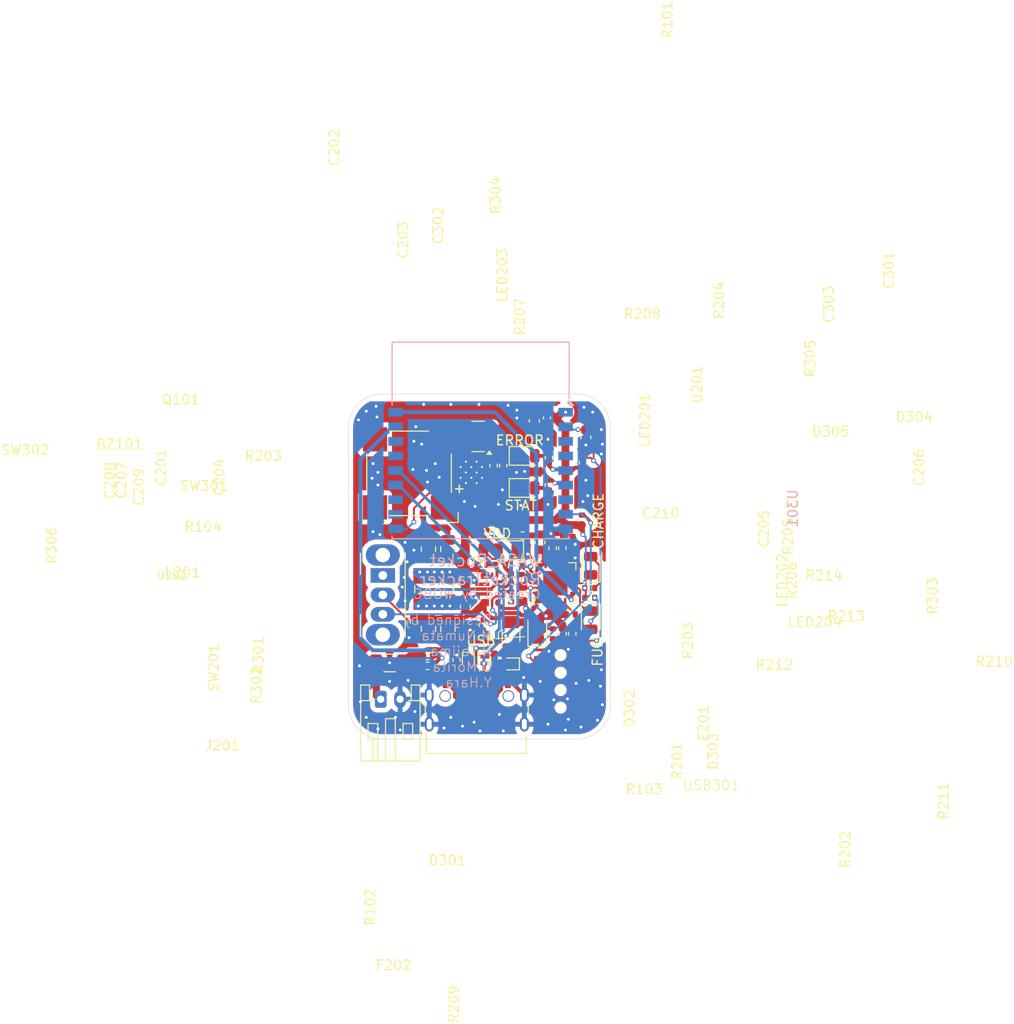
<source format=kicad_pcb>
(kicad_pcb (version 20241229) (generator "pcbnew") (generator_version "9.0")
  (layers (0 "F.Cu" signal) (2 "B.Cu" signal) (13 "F.Paste" user) (15 "B.Paste" user) (5 "F.SilkS" user "F.Silkscreen") (7 "B.SilkS" user "B.Silkscreen") (1 "F.Mask" user) (3 "B.Mask" user) (25 "Edge.Cuts" user))
  (net 0 "")
  (net 1 "GND")
  (net 2 "VDD")
  (net 3 "Net-(LED201-A)")
  (net 4 "Net-(U202-VIN)")
  (net 5 "Net-(U202-VAUX)")
  (net 6 "/ESP32C3core/VUSB")
  (net 7 "/ESP32C3core/USB_D+")
  (net 8 "/ESP32C3core/USB_D-")
  (net 9 "Net-(J201-Pin_1)")
  (net 10 "Net-(U202-L1)")
  (net 11 "Net-(U202-L2)")
  (net 12 "Net-(LED201-K)")
  (net 13 "Net-(LED202-K)")
  (net 14 "Net-(LED202-A)")
  (net 15 "Net-(LED203-K)")
  (net 16 "/ESP32C3core/IO10")
  (net 17 "Net-(U201-THERM)")
  (net 18 "Net-(U201-PROG1)")
  (net 19 "Net-(U201-PROG3)")
  (net 20 "Net-(U201-CE)")
  (net 21 "Net-(SW201-B)")
  (net 22 "Net-(SW201-C)")
  (net 23 "Net-(U202-PG)")
  (net 24 "Net-(U202-FB)")
  (net 27 "/ESP32C3core/IO0")
  (net 29 "/ESP32C3core/IO1")
  (net 30 "/ESP32C3core/IO4")
  (net 31 "/ESP32C3core/IO21{slash}TX")
  (net 32 "/ESP32C3core/IO5")
  (net 33 "/ESP32C3core/IO20{slash}RX")
  (net 34 "/ESP32C3core/IO3")
  (net 35 "VPP")
  (net 36 "Net-(BZ101--)")
  (net 37 "Net-(U301-EN)")
  (net 38 "Net-(D304-A)")
  (net 39 "Net-(D305-A)")
  (net 40 "Net-(LED203-A)")
  (net 41 "Net-(LED204-K)")
  (net 42 "Net-(Q101-G)")
  (net 43 "Net-(USB301-CC1)")
  (net 44 "Net-(USB301-CC2)")
  (net 45 "Net-(U301-IO9)")
  (net 46 "Net-(U301-IO6)")
  (net 47 "Net-(U301-IO7)")
  (footprint "Resistor_SMD:R_0402_1005Metric" (layer "F.Cu") (at 94 71 180)
    (property "Reference" "R213")
    (property "Value" "47k")
  )
  (footprint "Resistor_SMD:R_0402_1005Metric" (layer "F.Cu") (at 102.3 78.1 90)
    (property "Reference" "R203")
    (property "Value" "10k")
  )
  (footprint "Resistor_SMD:R_0402_1005Metric" (layer "F.Cu") (at 101.275 69.3 -90)
    (property "Reference" "R202")
    (property "Value" "10k")
  )
  (footprint "Resistor_SMD:R_0402_1005Metric" (layer "F.Cu") (at 98.2 68)
    (property "Reference" "R214")
    (property "Value" "1k")
  )
  (footprint "WOBCLibrary:TVAF06-A020B-R" (layer "F.Cu") (at 102.1 84.8 90)
    (property "Reference" "SW302")
    (property "Value" "RESET_sw")
  )
  (footprint "Resistor_SMD:R_0402_1005Metric" (layer "F.Cu") (at 95.9 71 180)
    (property "Reference" "R212")
    (property "Value" "15k")
  )
  (footprint "Resistor_SMD:R_0402_1005Metric" (layer "F.Cu") (at 96.2 60.8 90)
    (property "Reference" "R102")
    (property "Value" "10k")
  )
  (footprint "Resistor_SMD:R_0402_1005Metric" (layer "F.Cu") (at 94.1 77.2 -90)
    (property "Reference" "R209")
    (property "Value" "100k")
  )
  (footprint "Resistor_SMD:R_0402_1005Metric" (layer "F.Cu") (at 97 74.3 90)
    (property "Reference" "R211")
    (property "Value" "100k")
  )
  (footprint "Resistor_SMD:R_0402_1005Metric" (layer "F.Cu") (at 103.3 78.1 90)
    (property "Reference" "R205")
    (property "Value" "10k")
  )
  (footprint "LED_SMD:LED_0805_2012Metric" (layer "F.Cu") (at 105.2 76.7 -90)
    (property "Reference" "LED203")
    (property "Value" "FULL")
  )
  (footprint "Capacitor_SMD:C_0805_2012Metric" (layer "F.Cu") (at 88.5 77.6 -90)
    (property "Reference" "C202")
    (property "Value" "10uF")
  )
  (footprint "Button_Switch_THT:SW_Slide_SPDT_Angled_CK_OS102011MA1Q" (layer "F.Cu") (at 83.8 72.1 -90)
    (property "Reference" "SW201")
    (property "Value" "Power Switch")
  )
  (footprint "LED_SMD:LED_0805_2012Metric" (layer "F.Cu") (at 96.6 69.5 180)
    (property "Reference" "LED204")
    (property "Value" "VDD")
  )
  (footprint "Diode_SMD:D_SOD-882" (layer "F.Cu") (at 97.05 81.2 180)
    (property "Reference" "D301")
    (property "Value" "5V")
  )
  (footprint "Capacitor_SMD:C_0603_1608Metric" (layer "F.Cu") (at 104.7 57.9 90)
    (property "Reference" "C301")
    (property "Value" "10uF")
  )
  (footprint "Capacitor_SMD:C_0603_1608Metric" (layer "F.Cu") (at 99.4 56.2 90)
    (property "Reference" "C302")
    (property "Value" "10uF")
  )
  (footprint "Resistor_SMD:R_0402_1005Metric" (layer "F.Cu") (at 103.1 76.1 180)
    (property "Reference" "R203")
    (property "Value" "10k")
  )
  (footprint "Resistor_SMD:R_0402_1005Metric" (layer "F.Cu") (at 95.2 60.8 -90)
    (property "Reference" "R101")
    (property "Value" "510")
  )
  (footprint "Connector_JST:JST_PH_S2B-PH-K_1x02_P2.00mm_Horizontal" (layer "F.Cu") (at 83.582 84.836)
    (property "Reference" "J201")
    (property "Value" "LiPo")
  )
  (footprint "Capacitor_SMD:C_0603_1608Metric" (layer "F.Cu") (at 98.2 74 -90)
    (property "Reference" "C201")
    (property "Value" "10uF")
  )
  (footprint "Resistor_SMD:R_0402_1005Metric" (layer "F.Cu") (at 100.9 62.8 -90)
    (property "Reference" "R306")
    (property "Value" "470")
  )
  (footprint "WOBCLibrary:TVAF06-A020B-R" (layer "F.Cu") (at 102.1 81.2 90)
    (property "Reference" "SW301")
    (property "Value" "BOOT_sw")
  )
  (footprint "Resistor_SMD:R_0402_1005Metric" (layer "F.Cu") (at 105.1 73.4 180)
    (property "Reference" "R208")
    (property "Value" "1k")
  )
  (footprint "WOBCLibrary:VREG_TPS63070RNMR" (layer "F.Cu") (at 94.825 73.5 180)
    (property "Reference" "U202")
    (property "Value" "TPS63070RNMR")
  )
  (footprint "LED_SMD:LED_0805_2012Metric" (layer "F.Cu") (at 98.5 63.1)
    (property "Reference" "D305")
    (property "Value" "STAT")
  )
  (footprint "Resistor_SMD:R_0402_1005Metric" (layer "F.Cu") (at 104.3 66.4 -90)
    (property "Reference" "R303")
    (property "Value" "10k")
  )
  (footprint "Capacitor_SMD:C_0805_2012Metric" (layer "F.Cu") (at 88.5 69.4 90)
    (property "Reference" "C208")
    (property "Value" "10uF")
  )
  (footprint "Buzzer_Beeper:MagneticBuzzer_CUI_CMT-8504-100-SMT" (layer "F.Cu") (at 86.5 61.6 180)
    (property "Reference" "BZ101")
    (property "Value" "Buzzer")
  )
  (footprint "Resistor_SMD:R_0402_1005Metric" (layer "F.Cu") (at 91.4 80.8 90)
    (property "Reference" "R301")
    (property "Value" "5.1k")
  )
  (footprint "Resistor_SMD:R_0402_1005Metric" (layer "F.Cu") (at 88.4 80.4 180)
    (property "Reference" "R103")
    (property "Value" "10k")
  )
  (footprint "Inductor_SMD:L_Wuerth_WE-TPC-3816" (layer "F.Cu") (at 89.1 73.5 180)
    (property "Reference" "L201")
    (property "Value" "L")
  )
  (footprint "Capacitor_SMD:C_0603_1608Metric" (layer "F.Cu") (at 92.3 72.3 -90)
    (property "Reference" "C207")
    (property "Value" "10uF")
  )
  (footprint "Capacitor_SMD:C_0805_2012Metric" (layer "F.Cu") (at 93.2 69.5)
    (property "Reference" "C210")
    (property "Value" "10uF")
  )
  (footprint "Resistor_SMD:R_0402_1005Metric" (layer "F.Cu") (at 100.9 60 90)
    (property "Reference" "R304")
    (property "Value" "470")
  )
  (footprint "LED_SMD:LED_0805_2012Metric" (layer "F.Cu") (at 99.7 77.7 90)
    (property "Reference" "LED201")
    (property "Value" "USB")
  )
  (footprint "Resistor_SMD:R_0402_1005Metric" (layer "F.Cu") (at 101.3 78.1 -90)
    (property "Reference" "R201")
    (property "Value" "1k")
  )
  (footprint "LED_SMD:LED_0805_2012Metric" (layer "F.Cu") (at 98.5 59.8)
    (property "Reference" "D304")
    (property "Value" "ERROR")
  )
  (footprint "Resistor_SMD:R_0402_1005Metric" (layer "F.Cu") (at 104.4 60.5 -90)
    (property "Reference" "R305")
    (property "Value" "10k")
  )
  (footprint "Diode_SMD:D_SOD-882" (layer "F.Cu") (at 92.6 80.8 -90)
    (property "Reference" "D303")
    (property "Value" "5V")
  )
  (footprint "Capacitor_SMD:C_0805_2012Metric" (layer "F.Cu") (at 90.5 77.6 -90)
    (property "Reference" "C203")
    (property "Value" "10uF")
  )
  (footprint "Resistor_SMD:R_0402_1005Metric" (layer "F.Cu") (at 98.1 71.5 90)
    (property "Reference" "R206")
    (property "Value" "100k")
  )
  (footprint "Diode_SMD:D_SOD-882" (layer "F.Cu") (at 94.2 80.8 -90)
    (property "Reference" "D302")
    (property "Value" "5V")
  )
  (footprint "LED_SMD:LED_0805_2012Metric" (layer "F.Cu") (at 105.2 71.1 90)
    (property "Reference" "LED202")
    (property "Value" "CHARGE")
  )
  (footprint "Resistor_SMD:R_0402_1005Metric" (layer "F.Cu") (at 87 76.9 -90)
    (property "Reference" "R207")
    (property "Value" "10k")
  )
  (footprint "Package_TO_SOT_SMD:SOT-23" (layer "F.Cu") (at 93.6 57.8 180)
    (property "Reference" "Q101")
    (property "Value" "AO3400A")
  )
  (footprint "Fuse:Fuse_1206_3216Metric" (layer "F.Cu") (at 84.5 81.1 180)
    (property "Reference" "F202")
    (property "Value" "Polyfuse")
  )
  (footprint "Capacitor_SMD:C_0402_1005Metric" (layer "F.Cu") (at 97 72.4 90)
    (property "Reference" "C206")
    (property "Value" "100nF")
  )
  (footprint "Capacitor_SMD:C_0402_1005Metric" (layer "F.Cu") (at 100.7 55.9 -90)
    (property "Reference" "C303")
    (property "Value" "100nF")
  )
  (footprint "Capacitor_SMD:C_0603_1608Metric" (layer "F.Cu") (at 92.3 75.3 90)
    (property "Reference" "C205")
    (property "Value" "10uF")
  )
  (footprint "Fuse:Fuse_1206_3216Metric" (layer "F.Cu") (at 97 78.3 90)
    (property "Reference" "F201")
    (property "Value" "Polyfuse")
  )
  (footprint "Resistor_SMD:R_0402_1005Metric" (layer "F.Cu") (at 95.3 80.6 90)
    (property "Reference" "R302")
    (property "Value" "5.1k")
  )
  (footprint "Capacitor_SMD:C_0805_2012Metric" (layer "F.Cu") (at 90.5 69.4 90)
    (property "Reference" "C209")
    (property "Value" "10uF")
  )
  (footprint "WOBCLibrary:USB_C_TYPEC-301S-ACP16X7" (layer "F.Cu") (at 93.472 86.614)
    (property "Reference" "USB301")
    (property "Value" "USB_C_Receptacle_USB2.0")
  )
  (footprint "Resistor_SMD:R_0402_1005Metric" (layer "F.Cu") (at 102.275 69.3 90)
    (property "Reference" "R204")
    (property "Value" "100k")
  )
  (footprint "Resistor_SMD:R_0402_1005Metric" (layer "F.Cu") (at 88.4 81.4)
    (property "Reference" "R104")
    (property "Value" "10k")
  )
  (footprint "Capacitor_SMD:C_0603_1608Metric" (layer "F.Cu") (at 99.975 68.7 90)
    (property "Reference" "C204")
    (property "Value" "10uF")
  )
  (footprint "Package_DFN_QFN:QFN-20-1EP_4x4mm_P0.5mm_EP2.5x2.5mm" (layer "F.Cu") (at 101.5625 72.9 90)
    (property "Reference" "U201")
    (property "Value" "MCP73871-1CC")
  )
  (footprint "Resistor_SMD:R_0402_1005Metric" (layer "F.Cu") (at 105.1 74.4 180)
    (property "Reference" "R210")
    (property "Value" "1k")
  )
  (footprint "WOBCLibrary:Board_1U_60x60" (layer "F.Cu") (at 93.75 68.43)
    (property "Reference" "B101" (hide yes))
    (property "Value" "~" (hide yes))
    (fp_line (start -13.5 17.000001) (end -13.5 -11.5) (stroke (width 0.05)) (layer "Edge.Cuts"))
    (fp_line (start -10 -15) (end 10 -15) (stroke (width 0.05)) (layer "Edge.Cuts"))
    (fp_line (start 10 20.5) (end -10.000001 20.5) (stroke (width 0.05)) (layer "Edge.Cuts"))
    (fp_line (start 13.5 -11.5) (end 13.5 17) (stroke (width 0.05)) (layer "Edge.Cuts"))
    (fp_arc (start -13.5 -11.5) (mid -12.474874 -13.974874) (end -10 -15) (stroke (width 0.05)) (layer "Edge.Cuts"))
    (fp_arc (start -10 20.5) (mid -12.474874 19.474874) (end -13.5 17) (stroke (width 0.05)) (layer "Edge.Cuts"))
    (fp_arc (start 10 -15) (mid 12.474874 -13.974874) (end 13.5 -11.5) (stroke (width 0.05)) (layer "Edge.Cuts"))
    (fp_arc (start 13.5 17) (mid 12.474874 19.474874) (end 10 20.5) (stroke (width 0.05)) (layer "Edge.Cuts"))
  )
  (footprint "RF_Module:ESP32-C3-WROOM-02" (layer "B.Cu") (at 93.866 61.31 180)
    (property "Reference" "U301")
    (property "Value" "ESP32-C3-WROOM-02")
  )
  (gr_line (start 95.4 78.6) (end 98.4 78.4) (stroke (width 0.1)) (layer "F.SilkS"))
  (gr_text "Designed by\nM.Numata\nN.Tajima\nO.Morita\nY.Hara" (at 95.1 83.7 0) (layer "B.SilkS") (effects (font (size 1 1) (thickness 0.1)) (justify left bottom mirror)))
  (gr_text "Created by WOBC" (at 100.1 74.6 0) (layer "B.SilkS") (effects (font (size 1 1) (thickness 0.1)) (justify left bottom mirror)))
  (gr_text "WASA_Rocket\nRocketTracker" (at 100.2 73.2 0) (layer "B.SilkS") (effects (font (size 1.2 1.2)) (justify left bottom mirror)))
  (segment (start 96.2 60.29) (end 97.0725 60.29) (width 0.2) (layer "F.Cu") (net 1))
  (segment (start 101.771 79.081) (end 102.829 79.081) (width 0.2) (layer "F.Cu") (net 1))
  (segment (start 98.5 75.1) (end 98.5 75.5) (width 0.4) (layer "F.Cu") (net 1))
  (segment (start 101.626 81.374) (end 100.85 82.15) (width 0.2) (layer "F.Cu") (net 1))
  (segment (start 94.225 73.5) (end 94.946428 73.5) (width 0.3) (layer "F.Cu") (net 1))
  (segment (start 97.333 83.37) (end 97.5815 83.6185) (width 0.4) (layer "F.Cu") (net 1))
  (segment (start 96.822 82.944) (end 97.333 82.433) (width 0.4) (layer "F.Cu") (net 1))
  (segment (start 97.0725 60.29) (end 97.5625 59.8) (width 0.2) (layer "F.Cu") (net 1))
  (segment (start 88.5 78.55) (end 90.5 78.55) (width 0.2) (layer "F.Cu") (net 1))
  (segment (start 97.4 82.366) (end 97.4 81.2) (width 0.4) (layer "F.Cu") (net 1))
  (segment (start 103.0625 70.9625) (end 103.5 71.4) (width 0.2) (layer "F.Cu") (net 1))
  (segment (start 95.696428 72.75) (end 95.975 72.75) (width 0.3) (layer "F.Cu") (net 1))
  (segment (start 102.5625 70.9625) (end 103.0625 70.9625) (width 0.2) (layer "F.Cu") (net 1))
  (segment (start 100.7 58) (end 100.8 58.1) (width 0.2) (layer "F.Cu") (net 1))
  (segment (start 95.051 70.401) (end 94.15 69.5) (width 0.2) (layer "F.Cu") (net 1))
  (segment (start 95.975 72.75) (end 96.17 72.75) (width 0.3) (layer "F.Cu") (net 1))
  (segment (start 95.811 70.401) (end 95.051 70.401) (width 0.2) (layer "F.Cu") (net 1))
  (segment (start 90.122 82.944) (end 89.434 82.944) (width 0.2) (layer "F.Cu") (net 1))
  (segment (start 92.3 73.075) (end 92.725 73.5) (width 0.3) (layer "F.Cu") (net 1))
  (segment (start 96.15 75.5) (end 96.031 75.381) (width 0.3) (layer "F.Cu") (net 1))
  (segment (start 97.009 70.401) (end 98.199 70.401) (width 0.2) (layer "F.Cu") (net 1))
  (segment (start 98.5 75.075) (end 98.5 75.1) (width 0.4) (layer "F.Cu") (net 1))
  (segment (start 98.2 74.775) (end 98.5 75.075) (width 0.4) (layer "F.Cu") (net 1))
  (segment (start 96.41 71) (end 96.41 71.33) (width 0.4) (layer "F.Cu") (net 1))
  (segment (start 95.3 80.09) (end 95.39 80.09) (width 0.4) (layer "F.Cu") (net 1))
  (segment (start 94.2 80.45) (end 94.94 80.45) (width 0.4) (layer "F.Cu") (net 1))
  (segment (start 94.225 73.5) (end 92.875 73.5) (width 0.3) (layer "F.Cu") (net 1))
  (segment (start 97.594 75.381) (end 97.475 75.5) (width 0.3) (layer "F.Cu") (net 1))
  (segment (start 97.5625 59.8) (end 97.5625 61.5) (width 0.2) (layer "F.Cu") (net 1))
  (segment (start 97.475 75.5) (end 96.15 75.5) (width 0.3) (layer "F.Cu") (net 1))
  (segment (start 97.5815 83.6185) (end 98.367 84.404) (width 0.4) (layer "F.Cu") (net 1))
  (segment (start 92.3 74.075) (end 92.3 74.525) (width 0.3) (layer "F.Cu") (net 1))
  (segment (start 96.17 72.75) (end 97 71.92) (width 0.3) (layer "F.Cu") (net 1))
  (segment (start 96.907 82.944) (end 97.5815 83.6185) (width 0.4) (layer "F.Cu") (net 1))
  (segment (start 100.7 56.38) (end 100.7 58) (width 0.2) (layer "F.Cu") (net 1))
  (segment (start 96.031 75.381) (end 95.55 74.9) (width 0.4) (layer "F.Cu") (net 1))
  (segment (start 96.522 82.944) (end 97.956 82.944) (width 0.2) (layer "F.Cu") (net 1))
  (segment (start 96.41 71) (end 97.009 70.401) (width 0.2) (layer "F.Cu") (net 1))
  (segment (start 98.199 70.401) (end 98.7 69.9) (width 0.2) (layer "F.Cu") (net 1))
  (segment (start 95.39 80.09) (end 95.9 80.6) (width 0.4) (layer "F.Cu") (net 1))
  (segment (start 94.94 80.45) (end 95.3 80.09) (width 0.4) (layer "F.Cu") (net 1))
  (segment (start 96.41 71) (end 95.811 70.401) (width 0.2) (layer "F.Cu") (net 1))
  (segment (start 89.434 82.944) (end 87.89 81.4) (width 0.2) (layer "F.Cu") (net 1))
  (segment (start 90.422 82.944) (end 90.122 82.944) (width 0.2) (layer "F.Cu") (net 1))
  (segment (start 102.829 79.081) (end 103.3 78.61) (width 0.2) (layer "F.Cu") (net 1))
  (segment (start 100.85 82.15) (end 100 83) (width 0.2) (layer "F.Cu") (net 1))
  (segment (start 103.5 71.4) (end 103.5 71.9) (width 0.2) (layer "F.Cu") (net 1))
  (segment (start 92.725 73.5) (end 94.225 73.5) (width 0.3) (layer "F.Cu") (net 1))
  (segment (start 97.5625 61.5) (end 97.5625 63.1) (width 0.2) (layer "F.Cu") (net 1))
  (segment (start 94.946428 73.5) (end 95.696428 72.75) (width 0.3) (layer "F.Cu") (net 1))
  (segment (start 98.2 74.775) (end 97.594 75.381) (width 0.4) (layer "F.Cu") (net 1))
  (segment (start 103.3 80.3) (end 102.226 81.374) (width 0.2) (layer "F.Cu") (net 1))
  (segment (start 96.41 71.33) (end 97 71.92) (width 0.4) (layer "F.Cu") (net 1))
  (segment (start 92.875 73.5) (end 92.3 74.075) (width 0.3) (layer "F.Cu") (net 1))
  (segment (start 91.4 80.29) (end 92.44 80.29) (width 0.4) (layer "F.Cu") (net 1))
  (segment (start 102.226 81.374) (end 101.626 81.374) (width 0.2) (layer "F.Cu") (net 1))
  (segment (start 97.333 82.433) (end 97.333 83.37) (width 0.4) (layer "F.Cu") (net 1))
  (segment (start 97.333 82.433) (end 97.4 82.366) (width 0.4) (layer "F.Cu") (net 1))
  (segment (start 92.44 80.29) (end 92.6 80.45) (width 0.4) (layer "F.Cu") (net 1))
  (segment (start 101.3 78.61) (end 101.3 81.7) (width 0.2) (layer "F.Cu") (net 1))
  (segment (start 101.3 81.7) (end 100.85 82.15) (width 0.2) (layer "F.Cu") (net 1))
  (segment (start 103.3 78.61) (end 103.3 80.3) (width 0.2) (layer "F.Cu") (net 1))
  (segment (start 97.956 82.944) (end 98.3 82.6) (width 0.2) (layer "F.Cu") (net 1))
  (segment (start 96.822 82.944) (end 96.907 82.944) (width 0.4) (layer "F.Cu") (net 1))
  (segment (start 101.3 78.61) (end 101.771 79.081) (width 0.2) (layer "F.Cu") (net 1))
  (via (at 103.6 68.9) (size 0.5) (drill 0.3) (layers "F.Cu" "B.Cu") (net 1))
  (via (at 98.4 61.4) (size 0.5) (drill 0.3) (layers "F.Cu" "B.Cu") (net 1))
  (via (at 104.7 62.3) (size 0.5) (drill 0.3) (layers "F.Cu" "B.Cu") (net 1))
  (via (at 85.8 73.3) (size 0.5) (drill 0.3) (layers "F.Cu" "B.Cu") (net 1))
  (via (at 92.8 77.7) (size 0.5) (drill 0.3) (layers "F.Cu" "B.Cu") (net 1))
  (via (at 92.2 64.5) (size 0.5) (drill 0.3) (layers "F.Cu" "B.Cu") (net 1))
  (via (at 106.4 85.4) (size 0.5) (drill 0.3) (layers "F.Cu" "B.Cu") (net 1))
  (via (at 103.6 68.9) (size 0.5) (drill 0.3) (layers "F.Cu" "B.Cu") (net 1))
  (via (at 96.7 54.6) (size 0.5) (drill 0.3) (layers "F.Cu" "B.Cu") (net 1))
  (via (at 106.3 57.1) (size 0.5) (drill 0.3) (layers "F.Cu" "B.Cu") (net 1))
  (via (at 82.8 67.6) (size 0.5) (drill 0.3) (layers "F.Cu" "B.Cu") (net 1))
  (via (at 96.1 63.3) (size 0.5) (drill 0.3) (layers "F.Cu" "B.Cu") (net 1))
  (via (at 81.3 56.1) (size 0.5) (drill 0.3) (layers "F.Cu" "B.Cu") (net 1))
  (via (at 82.7 62.1) (size 0.5) (drill 0.3) (layers "F.Cu" "B.Cu") (net 1))
  (via (at 85.1 86.7) (size 0.5) (drill 0.3) (layers "F.Cu" "B.Cu") (net 1))
  (via (at 102.6 88) (size 0.5) (drill 0.3) (layers "F.Cu" "B.Cu") (net 1))
  (via (at 97.5625 61.5) (size 0.5) (drill 0.3) (layers "F.Cu" "B.Cu") (net 1))
  (via (at 86.9 61.2) (size 0.5) (drill 0.3) (layers "F.Cu" "B.Cu") (net 1))
  (via (at 101.1 67.8) (size 0.5) (drill 0.3) (layers "F.Cu" "B.Cu") (net 1))
  (via (at 95.7 64.8) (size 0.5) (drill 0.3) (layers "F.Cu" "B.Cu") (net 1))
  (via (at 81.4 81.4) (size 0.5) (drill 0.3) (layers "F.Cu" "B.Cu") (net 1))
  (via (at 98 64.9) (size 0.5) (drill 0.3) (layers "F.Cu" "B.Cu") (net 1))
  (via (at 102.9 79.7) (size 0.5) (drill 0.3) (layers "F.Cu" "B.Cu") (net 1))
  (via (at 96.2 88.1) (size 0.5) (drill 0.3) (layers "F.Cu" "B.Cu") (net 1))
  (via (at 83.3 62.8) (size 0.5) (drill 0.3) (layers "F.Cu" "B.Cu") (net 1))
  (via (at 104.5 54.8) (size 0.5) (drill 0.3) (layers "F.Cu" "B.Cu") (net 1))
  (via (at 87.2 56.8) (size 0.5) (drill 0.3) (layers "F.Cu" "B.Cu") (net 1))
  (via (at 93.7 54.5) (size 0.5) (drill 0.3) (layers "F.Cu" "B.Cu") (net 1))
  (via (at 105.9 87) (size 0.5) (drill 0.3) (layers "F.Cu" "B.Cu") (net 1))
  (via (at 91.4 80.29) (size 0.5) (drill 0.3) (layers "F.Cu" "B.Cu") (net 1))
  (via (at 102.9 86.9) (size 0.5) (drill 0.3) (layers "F.Cu" "B.Cu") (net 1))
  (via (at 83.5 67.9) (size 0.5) (drill 0.3) (layers "F.Cu" "B.Cu") (net 1))
  (via (at 103.6 70.3) (size 0.5) (drill 0.3) (layers "F.Cu" "B.Cu") (net 1))
  (via (at 98.7 69.9) (size 0.5) (drill 0.3) (layers "F.Cu" "B.Cu") (net 1))
  (via (at 98.5 75.5) (size 0.5) (drill 0.3) (layers "F.Cu" "B.Cu") (net 1))
  (via (at 100 83) (size 0.5) (drill 0.3) (layers "F.Cu" "B.Cu") (net 1))
  (via (at 90.8 86.7) (size 0.5) (drill 0.3) (layers "F.Cu" "B.Cu") (net 1))
  (via (at 86 72.3) (size 0.5) (drill 0.3) (layers "F.Cu" "B.Cu") (net 1))
  (via (at 106.3 59.6) (size 0.5) (drill 0.3) (layers "F.Cu" "B.Cu") (net 1))
  (via (at 83.1 54.7) (size 0.5) (drill 0.3) (layers "F.Cu" "B.Cu") (net 1))
  (via (at 86.5 78.5) (size 0.5) (drill 0.3) (layers "F.Cu" "B.Cu") (net 1))
  (via (at 100.8 64.8) (size 0.5) (drill 0.3) (layers "F.Cu" "B.Cu") (net 1))
  (via (at 104.2 87.7) (size 0.5) (drill 0.3) (layers "F.Cu" "B.Cu") (net 1))
  (via (at 89.2 60.6) (size 0.5) (drill 0.3) (layers "F.Cu" "B.Cu") (net 1))
  (via (at 105 82.9) (size 0.5) (drill 0.3) (layers "F.Cu" "B.Cu") (net 1))
  (via (at 87 69.5) (size 0.5) (drill 0.3) (layers "F.Cu" "B.Cu") (net 1))
  (via (at 93.2 87.2) (size 0.5) (drill 0.3) (layers "F.Cu" "B.Cu") (net 1))
  (via (at 83.2 55.8) (size 0.5) (drill 0.3) (layers "F.Cu" "B.Cu") (net 1))
  (via (at 86.1 74.7) (size 0.5) (drill 0.3) (layers "F.Cu" "B.Cu") (net 1))
  (via (at 86.3 70.7) (size 0.5) (drill 0.3) (layers "F.Cu" "B.Cu") (net 1))
  (via (at 106.2 83.5) (size 0.5) (drill 0.3) (layers "F.Cu" "B.Cu") (net 1))
  (via (at 85.6 88) (size 0.5) (drill 0.3) (layers "F.Cu" "B.Cu") (net 1))
  (via (at 84.5 81.1) (size 0.5) (drill 0.3) (layers "F.Cu" "B.Cu") (net 1))
  (via (at 90.1 87.8) (size 0.5) (drill 0.3) (layers "F.Cu" "B.Cu") (net 1))
  (via (at 104.9 63.9) (size 0.5) (drill 0.3) (layers "F.Cu" "B.Cu") (net 1))
  (via (at 97.6 55.1) (size 0.5) (drill 0.3) (layers "F.Cu" "B.Cu") (net 1))
  (via (at 88 54.5) (size 0.5) (drill 0.3) (layers "F.Cu" "B.Cu") (net 1))
  (via (at 102.8 84.8) (size 0.5) (drill 0.3) (layers "F.Cu" "B.Cu") (net 1))
  (via (at 86.1 68.7) (size 0.5) (drill 0.3) (layers "F.Cu" "B.Cu") (net 1))
  (via (at 89.6 62) (size 0.5) (drill 0.3) (layers "F.Cu" "B.Cu") (net 1))
  (via (at 87 58.3) (size 0.5) (drill 0.3) (layers "F.Cu" "B.Cu") (net 1))
  (via (at 100.9 79.9) (size 0.5) (drill 0.3) (layers "F.Cu" "B.Cu") (net 1))
  (via (at 82.8 60.6) (size 0.5) (drill 0.3) (layers "F.Cu" "B.Cu") (net 1))
  (via (at 87.8 58.6) (size 0.5) (drill 0.3) (layers "F.Cu" "B.Cu") (net 1))
  (via (at 104.4 64.5) (size 0.5) (drill 0.3) (layers "F.Cu" "B.Cu") (net 1))
  (via (at 95.8 86.4) (size 0.5) (drill 0.3) (layers "F.Cu" "B.Cu") (net 1))
  (via (at 106.3 81.8) (size 0.5) (drill 0.3) (layers "F.Cu" "B.Cu") (net 1))
  (via (at 86.4 82.9) (size 0.5) (drill 0.3) (layers "F.Cu" "B.Cu") (net 1))
  (via (at 81.5 85.1) (size 0.5) (drill 0.3) (layers "F.Cu" "B.Cu") (net 1))
  (via (at 106.4 58.6) (size 0.5) (drill 0.3) (layers "F.Cu" "B.Cu") (net 1))
  (via (at 93.8 88.1) (size 0.5) (drill 0.3) (layers "F.Cu" "B.Cu") (net 1))
  (via (at 100.8 58.1) (size 0.5) (drill 0.3) (layers "F.Cu" "B.Cu") (net 1))
  (via (at 88.4 62.5) (size 0.5) (drill 0.3) (layers "F.Cu" "B.Cu") (net 1))
  (via (at 104.7 58.675) (size 0.5) (drill 0.3) (layers "F.Cu" "B.Cu") (net 1))
  (via (at 88.3 61.3) (size 0.5) (drill 0.3) (layers "F.Cu" "B.Cu") (net 1))
  (via (at 97.6 55.9) (size 0.5) (drill 0.3) (layers "F.Cu" "B.Cu") (net 1))
  (via (at 82.1 55.2) (size 0.5) (drill 0.3) (layers "F.Cu" "B.Cu") (net 1))
  (via (at 93.3 65) (size 0.5) (drill 0.3) (layers "F.Cu" "B.Cu") (net 1))
  (via (at 84.5 83) (size 0.5) (drill 0.3) (layers "F.Cu" "B.Cu") (net 1))
  (via (at 101.4 84.9) (size 0.5) (drill 0.3) (layers "F.Cu" "B.Cu") (net 1))
  (via (at 82.1 86.7) (size 0.5) (drill 0.3) (layers "F.Cu" "B.Cu") (net 1))
  (via (at 103.7 83.2) (size 0.5) (drill 0.3) (layers "F.Cu" "B.Cu") (net 1))
  (via (at 100.8 87.4) (size 0.5) (drill 0.3) (layers "F.Cu" "B.Cu") (net 1))
  (via (at 83.3 61.5) (size 0.5) (drill 0.3) (layers "F.Cu" "B.Cu") (net 1))
  (via (at 83.3 87.9) (size 0.5) (drill 0.3) (layers "F.Cu" "B.Cu") (net 1))
  (via (at 98.3 82.6) (size 0.5) (drill 0.3) (layers "F.Cu" "B.Cu") (net 1))
  (via (at 95.9 80.6) (size 0.5) (drill 0.3) (layers "F.Cu" "B.Cu") (net 1))
  (via (at 105.4 55.3) (size 0.5) (drill 0.3) (layers "F.Cu" "B.Cu") (net 1))
  (via (at 90.8 54.5) (size 0.5) (drill 0.3) (layers "F.Cu" "B.Cu") (net 1))
  (via (at 92 87.6) (size 0.5) (drill 0.3) (layers "F.Cu" "B.Cu") (net 1))
  (via (at 87.1 86.1) (size 0.5) (drill 0.3) (layers "F.Cu" "B.Cu") (net 1))
  (segment (start 98.5 78) (end 95.9 80.6) (width 0.4) (layer "B.Cu") (net 1))
  (segment (start 98.5 75.5) (end 98.5 78) (width 0.4) (layer "B.Cu") (net 1))
  (segment (start 103.59 61.01) (end 102.6 62) (width 0.4) (layer "F.Cu") (net 2))
  (segment (start 93.59 71.1) (end 93.49 71) (width 0.4) (layer "F.Cu") (net 2))
  (segment (start 93.49 71) (end 93.49 71.135) (width 0.4) (layer "F.Cu") (net 2))
  (segment (start 94.2625 68.1) (end 93 68.1) (width 0.3) (layer "F.Cu") (net 2))
  (segment (start 92.25 67.35) (end 90 65.1) (width 0.8) (layer "F.Cu") (net 2))
  (segment (start 103.7 66.91) (end 104.3 66.91) (width 0.8) (layer "F.Cu") (net 2))
  (segment (start 104.4 67.61) (end 103.7 66.91) (width 0.4) (layer "F.Cu") (net 2))
  (segment (start 93.1 71.525) (end 93.725 71.525) (width 0.4) (layer "F.Cu") (net 2))
  (segment (start 99.4 55.425) (end 100.695 55.425) (width 0.2) (layer "F.Cu") (net 2))
  (segment (start 102.6 65.4) (end 102.6 62) (width 0.8) (layer "F.Cu") (net 2))
  (segment (start 91.125 70.35) (end 92.3 71.525) (width 0.8) (layer "F.Cu") (net 2))
  (segment (start 93.6 66.4) (end 101.6 66.4) (width 0.8) (layer "F.Cu") (net 2))
  (segment (start 101.9 66.1) (end 102.71 66.91) (width 0.8) (layer "F.Cu") (net 2))
  (segment (start 101.594999 56.005001) (end 101.009999 55.42) (width 0.8) (layer "F.Cu") (net 2))
  (segment (start 93.59 71.39) (end 93.59 71.1) (width 0.4) (layer "F.Cu") (net 2))
  (segment (start 101.9 66.1) (end 102.6 65.4) (width 0.8) (layer "F.Cu") (net 2))
  (segment (start 102.29 55.31) (end 102.616 55.31) (width 0.8) (layer "F.Cu") (net 2))
  (segment (start 100.695 55.425) (end 100.7 55.42) (width 0.2) (layer "F.Cu") (net 2))
  (segment (start 101.6 66.4) (end 101.9 66.1) (width 0.8) (layer "F.Cu") (net 2))
  (segment (start 95 67.8) (end 93.6 66.4) (width 0.4) (layer "F.Cu") (net 2))
  (segment (start 93 68.1) (end 92.25 67.35) (width 0.3) (layer "F.Cu") (net 2))
  (segment (start 102.6 62) (end 102.6 57.010001) (width 0.8) (layer "F.Cu") (net 2))
  (segment (start 92.25 71.475) (end 92.3 71.525) (width 0.8) (layer "F.Cu") (net 2))
  (segment (start 104.69 73.5) (end 104.69 74.4) (width 0.2) (layer "F.Cu") (net 2))
  (segment (start 92.25 69.5) (end 92.25 71.475) (width 0.8) (layer "F.Cu") (net 2))
  (segment (start 93.2 66.4) (end 93.6 66.4) (width 0.8) (layer "F.Cu") (net 2))
  (segment (start 93.49 71.135) (end 93.1 71.525) (width 0.4) (layer "F.Cu") (net 2))
  (segment (start 95.6625 69.5) (end 94.2625 68.1) (width 0.3) (layer "F.Cu") (net 2))
  (segment (start 93.85 71.65) (end 93.59 71.39) (width 0.4) (layer "F.Cu") (net 2))
  (segment (start 102.6 57.010001) (end 101.594999 56.005001) (width 0.8) (layer "F.Cu") (net 2))
  (segment (start 101.594999 56.005001) (end 102.29 55.31) (width 0.8) (layer "F.Cu") (net 2))
  (segment (start 92.25 67.35) (end 93.2 66.4) (width 0.8) (layer "F.Cu") (net 2))
  (segment (start 104.4 61.01) (end 103.59 61.01) (width 0.4) (layer "F.Cu") (net 2))
  (segment (start 101.009999 55.42) (end 100.7 55.42) (width 0.8) (layer "F.Cu") (net 2))
  (segment (start 90.5 70.35) (end 91.125 70.35) (width 0.8) (layer "F.Cu") (net 2))
  (segment (start 94.3 72.1) (end 93.85 71.65) (width 0.4) (layer "F.Cu") (net 2))
  (segment (start 93.725 71.525) (end 93.85 71.65) (width 0.4) (layer "F.Cu") (net 2))
  (segment (start 104.4 67.9) (end 104.4 67.01) (width 0.4) (layer "F.Cu") (net 2))
  (segment (start 104.59 73.4) (end 104.69 73.5) (width 0.2) (layer "F.Cu") (net 2))
  (segment (start 88.5 70.35) (end 90.5 70.35) (width 0.8) (layer "F.Cu") (net 2))
  (segment (start 102.71 66.91) (end 103.7 66.91) (width 0.8) (layer "F.Cu") (net 2))
  (segment (start 92.25 69.5) (end 92.25 67.35) (width 0.8) (layer "F.Cu") (net 2))
  (segment (start 104.4 67.9) (end 104.4 67.61) (width 0.4) (layer "F.Cu") (net 2))
  (segment (start 92.3 71.525) (end 93.1 71.525) (width 0.4) (layer "F.Cu") (net 2))
  (segment (start 104.4 67.01) (end 104.3 66.91) (width 0.2) (layer "F.Cu") (net 2))
  (segment (start 91.4 70.35) (end 92.25 69.5) (width 0.8) (layer "F.Cu") (net 2))
  (segment (start 90.5 70.35) (end 91.4 70.35) (width 0.8) (layer "F.Cu") (net 2))
  (via (at 104.4 67.9) (size 0.5) (drill 0.3) (layers "F.Cu" "B.Cu") (net 2))
  (via (at 102.616 55.31) (size 0.5) (drill 0.3) (layers "F.Cu" "B.Cu") (net 2))
  (via (at 97 74.81) (size 0.5) (drill 0.3) (layers "F.Cu" "B.Cu") (net 2))
  (via (at 104.59 73.4) (size 0.5) (drill 0.3) (layers "F.Cu" "B.Cu") (net 2))
  (via (at 95 67.8) (size 0.5) (drill 0.3) (layers "F.Cu" "B.Cu") (net 2))
  (segment (start 97 74.81) (end 97 69.8) (width 0.4) (layer "B.Cu") (net 2))
  (segment (start 104.69 68.19) (end 104.4 67.9) (width 0.2) (layer "B.Cu") (net 2))
  (segment (start 97 69.8) (end 95 67.8) (width 0.4) (layer "B.Cu") (net 2))
  (segment (start 104.69 73.3) (end 104.69 68.19) (width 0.2) (layer "B.Cu") (net 2))
  (segment (start 104.59 73.4) (end 104.69 73.3) (width 0.2) (layer "B.Cu") (net 2))
  (segment (start 101.527008 76.1) (end 101.350806 76.276202) (width 0.8) (layer "F.Cu") (net 3))
  (segment (start 100.6 76.276202) (end 101.350806 76.276202) (width 0.8) (layer "F.Cu") (net 3))
  (segment (start 101.350806 76.276202) (end 102.3 77.225396) (width 0.8) (layer "F.Cu") (net 3))
  (segment (start 99.625 73.4) (end 99 73.4) (width 0.2) (layer "F.Cu") (net 3))
  (segment (start 101.0625 75.4) (end 100.186298 76.276202) (width 0.3) (layer "F.Cu") (net 3))
  (segment (start 102.3 77.225396) (end 102.3 77.59) (width 0.8) (layer "F.Cu") (net 3))
  (segment (start 101.5625 74.8375) (end 101.5625 75.313702) (width 0.3) (layer "F.Cu") (net 3))
  (segment (start 99.625 73.4) (end 98.575 73.4) (width 0.2) (layer "F.Cu") (net 3))
  (segment (start 98.99 72.9) (end 99.625 72.9) (width 0.2) (layer "F.Cu") (net 3))
  (segment (start 99.5625 76.9) (end 99.7 76.7625) (width 0.8) (layer "F.Cu") (net 3))
  (segment (start 98.1 72.01) (end 98.99 72.9) (width 0.2) (layer "F.Cu") (net 3))
  (segment (start 102.59 76.1) (end 101.527008 76.1) (width 0.8) (layer "F.Cu") (net 3))
  (segment (start 100.186298 76.276202) (end 100.6 76.276202) (width 0.8) (layer "F.Cu") (net 3))
  (segment (start 101.5625 75.313702) (end 100.6 76.276202) (width 0.3) (layer "F.Cu") (net 3))
  (segment (start 99.7 76.7625) (end 100.186298 76.276202) (width 0.8) (layer "F.Cu") (net 3))
  (segment (start 97 76.9) (end 99.5625 76.9) (width 0.8) (layer "F.Cu") (net 3))
  (segment (start 98.575 73.4) (end 98.2 73.025) (width 0.2) (layer "F.Cu") (net 3))
  (segment (start 101.0625 74.8375) (end 101.0625 75.4) (width 0.3) (layer "F.Cu") (net 3))
  (via (at 100.6 76.276202) (size 0.5) (drill 0.3) (layers "F.Cu" "B.Cu") (net 3))
  (via (at 99 73.4) (size 0.5) (drill 0.3) (layers "F.Cu" "B.Cu") (net 3))
  (segment (start 99 74.676202) (end 100.6 76.276202) (width 0.2) (layer "B.Cu") (net 3))
  (segment (start 99 73.4) (end 99 74.676202) (width 0.2) (layer "B.Cu") (net 3))
  (segment (start 97.86016 75.974) (end 98.08516 76.199) (width 0.4) (layer "F.Cu") (net 4))
  (segment (start 92.3 76.075) (end 93.125 76.075) (width 0.8) (layer "F.Cu") (net 4))
  (segment (start 99.804234 74.695766) (end 99.945968 74.8375) (width 0.4) (layer "F.Cu") (net 4))
  (segment (start 88.5 76.65) (end 88.24 76.39) (width 0.8) (layer "F.Cu") (net 4))
  (segment (start 88.24 76.39) (end 87 76.39) (width 0.8) (layer "F.Cu") (net 4))
  (segment (start 99.270766 75.601) (end 99.270766 75.354234) (width 0.4) (layer "F.Cu") (net 4))
  (segment (start 94.3 74.9) (end 94.3 75.8) (width 0.4) (layer "F.Cu") (net 4))
  (segment (start 98.672766 76.199) (end 99.270766 75.601) (width 0.4) (layer "F.Cu") (net 4))
  (segment (start 95 76.5) (end 95.824 76.5) (width 0.4) (layer "F.Cu") (net 4))
  (segment (start 94.3 75.8) (end 95 76.5) (width 0.4) (layer "F.Cu") (net 4))
  (segment (start 99.625 75.246766) (end 99.625 74.516532) (width 0.4) (layer "F.Cu") (net 4))
  (segment (start 99.945968 74.8375) (end 100.5115 74.8375) (width 0.4) (layer "F.Cu") (net 4))
  (segment (start 99.625 74.875) (end 99.804234 74.695766) (width 0.4) (layer "F.Cu") (net 4))
  (segment (start 99.625 74.516532) (end 99.804234 74.695766) (width 0.4) (layer "F.Cu") (net 4))
  (segment (start 99.270766 75.601) (end 99.625 75.246766) (width 0.4) (layer "F.Cu") (net 4))
  (segment (start 98.08516 76.199) (end 98.672766 76.199) (width 0.4) (layer "F.Cu") (net 4))
  (segment (start 95.824 76.5) (end 95.824 76.28984) (width 0.4) (layer "F.Cu") (net 4))
  (segment (start 99.625 75) (end 99.625 74.875) (width 0.4) (layer "F.Cu") (net 4))
  (segment (start 99.625 74.516532) (end 99.625 73.926) (width 0.4) (layer "F.Cu") (net 4))
  (segment (start 88.5 76.65) (end 90.5 76.65) (width 0.8) (layer "F.Cu") (net 4))
  (segment (start 92.3 76.075) (end 91.725 76.65) (width 0.8) (layer "F.Cu") (net 4))
  (segment (start 91.725 76.65) (end 90.5 76.65) (width 0.8) (layer "F.Cu") (net 4))
  (segment (start 99.270766 75.354234) (end 99.625 75) (width 0.4) (layer "F.Cu") (net 4))
  (segment (start 95.824 76.28984) (end 96.13984 75.974) (width 0.4) (layer "F.Cu") (net 4))
  (segment (start 96.13984 75.974) (end 97.86016 75.974) (width 0.4) (layer "F.Cu") (net 4))
  (segment (start 93.125 76.075) (end 94.3 74.9) (width 0.8) (layer "F.Cu") (net 4))
  (segment (start 96.89895 72.88) (end 97 72.88) (width 0.3) (layer "F.Cu") (net 5))
  (segment (start 95.975 73.25) (end 96.52895 73.25) (width 0.3) (layer "F.Cu") (net 5))
  (segment (start 96.52895 73.25) (end 96.89895 72.88) (width 0.3) (layer "F.Cu") (net 5))
  (segment (start 91.173 84.271) (end 91.173 84.6) (width 0.3) (layer "F.Cu") (net 6))
  (segment (start 95.6 84.281082) (end 96.022 83.859082) (width 0.3) (layer "F.Cu") (net 6))
  (segment (start 96.7 80) (end 97 79.7) (width 0.3) (layer "F.Cu") (net 6))
  (segment (start 91.222 84.222) (end 91.173 84.271) (width 0.3) (layer "F.Cu") (net 6))
  (segment (start 95 85.1) (end 95.6 84.5) (width 0.3) (layer "F.Cu") (net 6))
  (segment (start 91.829 84.829) (end 94.939 84.829) (width 0.3) (layer "F.Cu") (net 6))
  (segment (start 96.6 81.029174) (end 96.6 80.7) (width 0.3) (layer "F.Cu") (net 6))
  (segment (start 91.173 84.6) (end 91.2 84.6) (width 0.3) (layer "F.Cu") (net 6))
  (segment (start 95.722 82.178) (end 95.722 81.907174) (width 0.3) (layer "F.Cu") (net 6))
  (segment (start 91.2 84.6) (end 91.7 85.1) (width 0.3) (layer "F.Cu") (net 6))
  (segment (start 91.222 84.222) (end 91.829 84.829) (width 0.3) (layer "F.Cu") (net 6))
  (segment (start 95.801 81.828174) (end 96.464587 81.164587) (width 0.3) (layer "F.Cu") (net 6))
  (segment (start 96.464587 81.164587) (end 96.6 81.029174) (width 0.3) (layer "F.Cu") (net 6))
  (segment (start 96.7 81.2) (end 96.7 80) (width 0.3) (layer "F.Cu") (net 6))
  (segment (start 90.922 82.944) (end 90.922 83.7) (width 0.3) (layer "F.Cu") (net 6))
  (segment (start 95.722 81.907174) (end 95.801 81.828174) (width 0.3) (layer "F.Cu") (net 6))
  (segment (start 97 79.7) (end 96.464587 80.235413) (width 0.3) (layer "F.Cu") (net 6))
  (segment (start 91.7 85.1) (end 95 85.1) (width 0.3) (layer "F.Cu") (net 6))
  (segment (start 96.022 81.878) (end 96.7 81.2) (width 0.3) (layer "F.Cu") (net 6))
  (segment (start 95.722 82.178) (end 95.722 82.944) (width 0.3) (layer "F.Cu") (net 6))
  (segment (start 91.222 82.944) (end 91.222 84) (width 0.3) (layer "F.Cu") (net 6))
  (segment (start 96.022 83.859082) (end 96.022 82.944) (width 0.3) (layer "F.Cu") (net 6))
  (segment (start 91.222 84) (end 91.222 84.222) (width 0.3) (layer "F.Cu") (net 6))
  (segment (start 95.6 84.5) (end 95.6 84.281082) (width 0.3) (layer "F.Cu") (net 6))
  (segment (start 90.922 83.7) (end 91.222 84) (width 0.3) (layer "F.Cu") (net 6))
  (segment (start 96.022 82.944) (end 96.022 81.878) (width 0.3) (layer "F.Cu") (net 6))
  (segment (start 96.464587 80.235413) (end 96.464587 81.164587) (width 0.3) (layer "F.Cu") (net 6))
  (segment (start 94.939 84.829) (end 95.722 84.046) (width 0.3) (layer "F.Cu") (net 6))
  (segment (start 95.722 84.046) (end 95.722 82.944) (width 0.3) (layer "F.Cu") (net 6))
  (segment (start 96.7 81.2) (end 95.722 82.178) (width 0.3) (layer "F.Cu") (net 6))
  (segment (start 93.98 84.328) (end 94.222 84.086) (width 0.3) (layer "F.Cu") (net 7))
  (segment (start 94.222 84.086) (end 94.222 82.944) (width 0.3) (layer "F.Cu") (net 7))
  (segment (start 94.222 81.6) (end 94.222 81.528) (width 0.3) (layer "F.Cu") (net 7))
  (segment (start 93.222 82.944) (end 93.222 84.078) (width 0.3) (layer "F.Cu") (net 7))
  (segment (start 93.222 84.078) (end 93.472 84.328) (width 0.3) (layer "F.Cu") (net 7))
  (segment (start 94.222 81.172) (end 94.2 81.15) (width 0.3) (layer "F.Cu") (net 7))
  (segment (start 94.222 81.6) (end 94.222 81.172) (width 0.3) (layer "F.Cu") (net 7))
  (segment (start 93.472 84.328) (end 93.98 84.328) (width 0.3) (layer "F.Cu") (net 7))
  (segment (start 94.222 82.944) (end 94.222 81.6) (width 0.3) (layer "F.Cu") (net 7))
  (via (at 94.2 81.15) (size 0.6) (drill 0.3) (layers "F.Cu" "B.Cu") (net 7))
  (segment (start 96.2 72.094) (end 85.416 61.31) (width 0.3) (layer "B.Cu") (net 7))
  (segment (start 94.2 80.5) (end 95.9 78.8) (width 0.3) (layer "B.Cu") (net 7))
  (segment (start 95.899 78.071768) (end 96.2 77.770768) (width 0.3) (layer "B.Cu") (net 7))
  (segment (start 95.899 78.528232) (end 95.899 78.071768) (width 0.3) (layer "B.Cu") (net 7))
  (segment (start 94.2 81.15) (end 94.2 80.5) (width 0.3) (layer "B.Cu") (net 7))
  (segment (start 95.9 78.8) (end 95.9 78.529232) (width 0.3) (layer "B.Cu") (net 7))
  (segment (start 85.416 61.31) (end 85.116 61.31) (width 0.3) (layer "B.Cu") (net 7))
  (segment (start 96.2 77.770768) (end 96.2 72.094) (width 0.3) (layer "B.Cu") (net 7))
  (segment (start 95.9 78.529232) (end 95.899 78.528232) (width 0.3) (layer "B.Cu") (net 7))
  (segment (start 93 81.752) (end 92.964 81.788) (width 0.3) (layer "F.Cu") (net 8))
  (segment (start 92.6 81.15) (end 93 81.55) (width 0.3) (layer "F.Cu") (net 8))
  (segment (start 92.722 82.944) (end 92.722 82.03) (width 0.3) (layer "F.Cu") (net 8))
  (segment (start 93.722 82.944) (end 93.722 82.038) (width 0.3) (layer "F.Cu") (net 8))
  (segment (start 93 81.55) (end 93.4 81.15) (width 0.3) (layer "F.Cu") (net 8))
  (segment (start 93.722 82.038) (end 93.472 81.788) (width 0.3) (layer "F.Cu") (net 8))
  (segment (start 92.722 82.03) (end 92.964 81.788) (width 0.3) (layer "F.Cu") (net 8))
  (segment (start 93.4 81.15) (end 93.4 79.6) (width 0.3) (layer "F.Cu") (net 8))
  (segment (start 93 81.55) (end 93 81.752) (width 0.3) (layer "F.Cu") (net 8))
  (segment (start 93.472 81.788) (end 92.964 81.788) (width 0.3) (layer "F.Cu") (net 8))
  (via (at 93.4 79.6) (size 0.6) (drill 0.3) (layers "F.Cu" "B.Cu") (net 8))
  (segment (start 95.498 77.905668) (end 95.799 77.604668) (width 0.3) (layer "B.Cu") (net 8))
  (segment (start 94.5 79.6) (end 95.498 78.602) (width 0.3) (layer "B.Cu") (net 8))
  (segment (start 95.799 73.193) (end 85.416 62.81) (width 0.3) (layer "B.Cu") (net 8))
  (segment (start 95.799 77.604668) (end 95.799 73.193) (width 0.3) (layer "B.Cu") (net 8))
  (segment (start 95.498 78.602) (end 95.498 77.905668) (width 0.3) (layer "B.Cu") (net 8))
  (segment (start 85.416 62.81) (end 85.116 62.81) (width 0.3) (layer "B.Cu") (net 8))
  (segment (start 93.4 79.6) (end 94.5 79.6) (width 0.3) (layer "B.Cu") (net 8))
  (segment (start 83.1 81.1) (end 83.1 84.354) (width 0.8) (layer "F.Cu") (net 9))
  (segment (start 83.1 84.354) (end 83.582 84.836) (width 0.8) (layer "F.Cu") (net 9))
  (segment (start 94.05 74) (end 93.8 74) (width 0.3) (layer "F.Cu") (net 10))
  (segment (start 93.8 74) (end 93.4 74.4) (width 0.3) (layer "F.Cu") (net 10))
  (via (at 89.1 75.25) (size 0.6) (drill 0.3) (layers "F.Cu" "B.Cu") (net 10))
  (via (at 89.9 75.25) (size 0.6) (drill 0.3) (layers "F.Cu" "B.Cu") (net 10))
  (via (at 90.7 75.25) (size 0.6) (drill 0.3) (layers "F.Cu" "B.Cu") (net 10))
  (via (at 93.4 74.4) (size 0.6) (drill 0.3) (layers "F.Cu" "B.Cu") (net 10))
  (via (at 87.45 75.25) (size 0.6) (drill 0.3) (layers "F.Cu" "B.Cu") (net 10))
  (via (at 88.3 75.25) (size 0.6) (drill 0.3) (layers "F.Cu" "B.Cu") (net 10))
  (segment (start 89.1 75.25) (end 88.3 75.25) (width 0.8) (layer "B.Cu") (net 10))
  (segment (start 92.55 75.25) (end 90.7 75.25) (width 0.8) (layer "B.Cu") (net 10))
  (segment (start 87.4 75.2) (end 87.45 75.25) (width 0.8) (layer "B.Cu") (net 10))
  (segment (start 89.1 75.25) (end 89.9 75.25) (width 0.8) (layer "B.Cu") (net 10))
  (segment (start 88.3 75.25) (end 87.45 75.25) (width 0.8) (layer "B.Cu") (net 10))
  (segment (start 93.2 74.6) (end 92.55 75.25) (width 0.8) (layer "B.Cu") (net 10))
  (segment (start 93.2 74.6) (end 93.4 74.4) (width 0.8) (layer "B.Cu") (net 10))
  (segment (start 88.1 74.6) (end 91.5 74.6) (width 0.8) (layer "B.Cu") (net 10))
  (segment (start 87.45 75.25) (end 88.1 74.6) (width 0.8) (layer "B.Cu") (net 10))
  (segment (start 89.9 75.25) (end 90.7 75.25) (width 0.8) (layer "B.Cu") (net 10))
  (segment (start 91.5 74.6) (end 93.2 74.6) (width 0.8) (layer "B.Cu") (net 10))
  (segment (start 94.05 73) (end 93.6 73) (width 0.3) (layer "F.Cu") (net 11))
  (segment (start 93.6 73) (end 93.2 72.6) (width 0.3) (layer "F.Cu") (net 11))
  (via (at 90.7 71.75) (size 0.6) (drill 0.3) (layers "F.Cu" "B.Cu") (net 11))
  (via (at 93.2 72.6) (size 0.6) (drill 0.3) (layers "F.Cu" "B.Cu") (net 11))
  (via (at 88.4 71.75) (size 0.6) (drill 0.3) (layers "F.Cu" "B.Cu") (net 11))
  (via (at 89.1 71.75) (size 0.6) (drill 0.3) (layers "F.Cu" "B.Cu") (net 11))
  (via (at 87.6 71.75) (size 0.6) (drill 0.3) (layers "F.Cu" "B.Cu") (net 11))
  (via (at 89.9 71.75) (size 0.6) (drill 0.3) (layers "F.Cu" "B.Cu") (net 11))
  (segment (start 87.35 71.75) (end 87.3 71.8) (width 0.8) (layer "B.Cu") (net 11))
  (segment (start 90.7 71.75) (end 89.9 71.75) (width 0.8) (layer "B.Cu") (net 11))
  (segment (start 89.9 71.75) (end 89.1 71.75) (width 0.8) (layer "B.Cu") (net 11))
  (segment (start 88 72.5) (end 91.5 72.5) (width 0.8) (layer "B.Cu") (net 11))
  (segment (start 92.35 71.75) (end 90.7 71.75) (width 0.8) (layer "B.Cu") (net 11))
  (segment (start 91.5 72.5) (end 93.1 72.5) (width 0.8) (layer "B.Cu") (net 11))
  (segment (start 89.1 71.75) (end 88.4 71.75) (width 0.8) (layer "B.Cu") (net 11))
  (segment (start 87.6 71.75) (end 87.35 71.75) (width 0.8) (layer "B.Cu") (net 11))
  (segment (start 87.3 71.8) (end 88 72.5) (width 0.8) (layer "B.Cu") (net 11))
  (segment (start 93.1 72.5) (end 93.2 72.6) (width 0.8) (layer "B.Cu") (net 11))
  (segment (start 93.1 72.5) (end 92.35 71.75) (width 0.8) (layer "B.Cu") (net 11))
  (segment (start 88.4 71.75) (end 87.6 71.75) (width 0.8) (layer "B.Cu") (net 11))
  (segment (start 101.3 77.59) (end 100.7475 77.59) (width 0.2) (layer "F.Cu") (net 12))
  (segment (start 100.7475 77.59) (end 99.7 78.6375) (width 0.2) (layer "F.Cu") (net 12))
  (segment (start 103.5 72.9) (end 104.3375 72.9) (width 0.2) (layer "F.Cu") (net 13))
  (segment (start 104.3375 72.9) (end 105.2 72.0375) (width 0.2) (layer "F.Cu") (net 13))
  (segment (start 106.101 72.909) (end 106.101 71.0635) (width 0.2) (layer "F.Cu") (net 14))
  (segment (start 105.61 73.4) (end 106.101 72.909) (width 0.2) (layer "F.Cu") (net 14))
  (segment (start 106.101 71.0635) (end 105.2 70.1625) (width 0.2) (layer "F.Cu") (net 14))
  (segment (start 104.112027 73.599528) (end 104.112027 74.071511) (width 0.2) (layer "F.Cu") (net 15))
  (segment (start 104.7625 75.7625) (end 105.2 75.7625) (width 0.2) (layer "F.Cu") (net 15))
  (segment (start 104.1 74.083538) (end 104.1 75.1) (width 0.2) (layer "F.Cu") (net 15))
  (segment (start 103.5 73.4) (end 103.912499 73.4) (width 0.2) (layer "F.Cu") (net 15))
  (segment (start 104.1 75.1) (end 104.7625 75.7625) (width 0.2) (layer "F.Cu") (net 15))
  (segment (start 104.112027 74.071511) (end 104.1 74.083538) (width 0.2) (layer "F.Cu") (net 15))
  (segment (start 103.912499 73.4) (end 104.112027 73.599528) (width 0.2) (layer "F.Cu") (net 15))
  (segment (start 96.2 61.31) (end 95.2 61.31) (width 0.2) (layer "F.Cu") (net 16))
  (segment (start 95.2 63.1) (end 94.651 63.649) (width 0.2) (layer "F.Cu") (net 16))
  (segment (start 95.2 61.31) (end 95.2 63.1) (width 0.2) (layer "F.Cu") (net 16))
  (segment (start 88.549 63.649) (end 87 65.198) (width 0.2) (layer "F.Cu") (net 16))
  (segment (start 94.651 63.649) (end 88.549 63.649) (width 0.2) (layer "F.Cu") (net 16))
  (segment (start 87 65.198) (end 87 66.6) (width 0.2) (layer "F.Cu") (net 16))
  (via (at 87 66.6) (size 0.5) (drill 0.3) (layers "F.Cu" "B.Cu") (net 16))
  (segment (start 86.29 67.31) (end 85.116 67.31) (width 0.2) (layer "B.Cu") (net 16))
  (segment (start 87 66.6) (end 86.29 67.31) (width 0.2) (layer "B.Cu") (net 16))
  (segment (start 103.61 77.28) (end 103.3 77.59) (width 0.2) (layer "F.Cu") (net 17))
  (segment (start 102.3 78.59) (end 103.3 77.59) (width 0.2) (layer "F.Cu") (net 17))
  (segment (start 102.5625 75.0525) (end 103.61 76.1) (width 0.2) (layer "F.Cu") (net 17))
  (segment (start 102.3 78.61) (end 102.3 78.59) (width 0.2) (layer "F.Cu") (net 17))
  (segment (start 103.61 76.1) (end 103.61 77.28) (width 0.2) (layer "F.Cu") (net 17))
  (segment (start 102.5625 74.8375) (end 102.5625 75.0525) (width 0.2) (layer "F.Cu") (net 17))
  (segment (start 101.5625 70.9625) (end 101.5625 70.0975) (width 0.2) (layer "F.Cu") (net 18))
  (segment (start 101.5625 70.0975) (end 101.275 69.81) (width 0.2) (layer "F.Cu") (net 18))
  (segment (start 102.0625 70.0225) (end 102.275 69.81) (width 0.2) (layer "F.Cu") (net 19))
  (segment (start 102.0625 70.9625) (end 102.0625 70.0225) (width 0.2) (layer "F.Cu") (net 19))
  (segment (start 98.1 70.99) (end 98.1 71.211082) (width 0.2) (layer "F.Cu") (net 20))
  (segment (start 98.1 71.211082) (end 99.288918 72.4) (width 0.2) (layer "F.Cu") (net 20))
  (segment (start 99.288918 72.4) (end 99.625 72.4) (width 0.2) (layer "F.Cu") (net 20))
  (segment (start 87 77.41) (end 87 77.3) (width 0.2) (layer "F.Cu") (net 21))
  (segment (start 87 77.3) (end 83.8 74.1) (width 0.2) (layer "F.Cu") (net 21))
  (segment (start 95.05 75.65) (end 95.1 75.7) (width 0.2) (layer "F.Cu") (net 22))
  (segment (start 94.1 76.69) (end 94.49 76.69) (width 0.2) (layer "F.Cu") (net 22))
  (segment (start 95.05 74.9) (end 95.05 75.65) (width 0.2) (layer "F.Cu") (net 22))
  (segment (start 94.49 76.69) (end 94.9 77.1) (width 0.2) (layer "F.Cu") (net 22))
  (segment (start 95.05 74.6) (end 95.05 74.9) (width 0.2) (layer "F.Cu") (net 22))
  (segment (start 95.4 74.25) (end 95.05 74.6) (width 0.2) (layer "F.Cu") (net 22))
  (segment (start 95.975 74.25) (end 95.4 74.25) (width 0.2) (layer "F.Cu") (net 22))
  (via (at 94.9 77.1) (size 0.5) (drill 0.3) (layers "F.Cu" "B.Cu") (net 22))
  (via (at 95.1 75.7) (size 0.5) (drill 0.3) (layers "F.Cu" "B.Cu") (net 22))
  (segment (start 93.9 76.1) (end 83.8 76.1) (width 0.2) (layer "B.Cu") (net 22))
  (segment (start 94.9 77.1) (end 95.3 77.1) (width 0.2) (layer "B.Cu") (net 22))
  (segment (start 95.448 76.048) (end 95.1 75.7) (width 0.2) (layer "B.Cu") (net 22))
  (segment (start 94.9 77.1) (end 93.9 76.1) (width 0.2) (layer "B.Cu") (net 22))
  (segment (start 95.448 76.952) (end 95.448 76.048) (width 0.2) (layer "B.Cu") (net 22))
  (segment (start 95.3 77.1) (end 95.448 76.952) (width 0.2) (layer "B.Cu") (net 22))
  (segment (start 95.975 73.75) (end 96.96 73.75) (width 0.3) (layer "F.Cu") (net 23))
  (segment (start 96.96 73.75) (end 97 73.79) (width 0.3) (layer "F.Cu") (net 23))
  (segment (start 95.55 71.16) (end 95.39 71) (width 0.3) (layer "F.Cu") (net 24))
  (segment (start 95.39 71) (end 94.61 71) (width 0.3) (layer "F.Cu") (net 24))
  (segment (start 95.55 72.1) (end 95.55 71.16) (width 0.3) (layer "F.Cu") (net 24))
  (segment (start 103.2 74.6) (end 103.2 74.2) (width 0.4) (layer "F.Cu") (net 27))
  (segment (start 103.2 74.2) (end 103.5 73.9) (width 0.4) (layer "F.Cu") (net 27))
  (via (at 103.2 74.6) (size 0.5) (drill 0.3) (layers "F.Cu" "B.Cu") (net 27))
  (segment (start 95.31 55.31) (end 99.601 59.601) (width 0.4) (layer "B.Cu") (net 27))
  (segment (start 99.601 71.001) (end 103.2 74.6) (width 0.4) (layer "B.Cu") (net 27))
  (segment (start 99.601 59.601) (end 99.601 71.001) (width 0.4) (layer "B.Cu") (net 27))
  (segment (start 85.116 55.31) (end 95.31 55.31) (width 0.4) (layer "B.Cu") (net 27))
  (segment (start 89.9 80.6) (end 89.71 80.6) (width 0.4) (layer "F.Cu") (net 29))
  (segment (start 88.91 80.4) (end 89.7 80.4) (width 0.4) (layer "F.Cu") (net 29))
  (segment (start 89.7 80.4) (end 89.9 80.6) (width 0.4) (layer "F.Cu") (net 29))
  (segment (start 89.71 80.6) (end 88.91 81.4) (width 0.4) (layer "F.Cu") (net 29))
  (via (at 89.9 80.6) (size 0.5) (drill 0.3) (layers "F.Cu" "B.Cu") (net 29))
  (segment (start 82.768687 79.8) (end 85.8 79.8) (width 0.4) (layer "B.Cu") (net 29))
  (segment (start 81.5 60.126) (end 81.5 69.1) (width 0.4) (layer "B.Cu") (net 29))
  (segment (start 81.5 78.531313) (end 82.768687 79.8) (width 0.4) (layer "B.Cu") (net 29))
  (segment (start 84.816 56.81) (end 81.5 60.126) (width 0.4) (layer "B.Cu") (net 29))
  (segment (start 89.1 79.8) (end 89.9 80.6) (width 0.4) (layer "B.Cu") (net 29))
  (segment (start 81.5 69.1) (end 81.5 78.531313) (width 0.4) (layer "B.Cu") (net 29))
  (segment (start 85.116 56.81) (end 84.816 56.81) (width 0.4) (layer "B.Cu") (net 29))
  (segment (start 85.8 79.8) (end 89.1 79.8) (width 0.4) (layer "B.Cu") (net 29))
  (segment (start 87.89 80.1) (end 87.89 80.4) (width 0.4) (layer "F.Cu") (net 35))
  (segment (start 99.625 71.9) (end 99.625 71.6355) (width 0.3) (layer "F.Cu") (net 35))
  (segment (start 95.85 78.9) (end 91.9 78.9) (width 0.4) (layer "F.Cu") (net 35))
  (segment (start 90.90824 79.7) (end 89.29176 79.7) (width 0.4) (layer "F.Cu") (net 35))
  (segment (start 91.35 79.45) (end 91.15824 79.45) (width 0.4) (layer "F.Cu") (net 35))
  (segment (start 87.89 80.4) (end 86.6 80.4) (width 0.8) (layer "F.Cu") (net 35))
  (segment (start 88.29 79.7) (end 87.89 80.1) (width 0.4) (layer "F.Cu") (net 35))
  (segment (start 99.975 69.475) (end 100.3 69.8) (width 0.3) (layer "F.Cu") (net 35))
  (segment (start 89.27076 79.679) (end 88.54924 79.679) (width 0.4) (layer "F.Cu") (net 35))
  (segment (start 99 71.2) (end 99 71.6) (width 0.3) (layer "F.Cu") (net 35))
  (segment (start 100.298 70.9625) (end 100.5625 70.9625) (width 0.3) (layer "F.Cu") (net 35))
  (segment (start 89.29176 79.7) (end 89.27076 79.679) (width 0.4) (layer "F.Cu") (net 35))
  (segment (start 100.5625 70.9625) (end 100.5625 70.5) (width 0.3) (layer "F.Cu") (net 35))
  (segment (start 99.625 71.6355) (end 99.625 71.275) (width 0.3) (layer "F.Cu") (net 35))
  (segment (start 100.2 70.7) (end 100.3625 70.7) (width 0.3) (layer "F.Cu") (net 35))
  (segment (start 88.52824 79.7) (end 88.29 79.7) (width 0.4) (layer "F.Cu") (net 35))
  (segment (start 100.3 69.8) (end 100.3 70.6) (width 0.3) (layer "F.Cu") (net 35))
  (segment (start 91.15824 79.45) (end 90.90824 79.7) (width 0.4) (layer "F.Cu") (net 35))
  (segment (start 99.625 71.6355) (end 100.298 70.9625) (width 0.3) (layer "F.Cu") (net 35))
  (segment (start 88.54924 79.679) (end 88.52824 79.7) (width 0.4) (layer "F.Cu") (net 35))
  (segment (start 91.9 78.9) (end 91.35 79.45) (width 0.4) (layer "F.Cu") (net 35))
  (segment (start 101.0625 70.9625) (end 100.5625 70.9625) (width 0.3) (layer "F.Cu") (net 35))
  (segment (start 100.3625 70.7) (end 100.5625 70.5) (width 0.3) (layer "F.Cu") (net 35))
  (segment (start 100.5625 70.5) (end 100.5625 70.0625) (width 0.3) (layer "F.Cu") (net 35))
  (segment (start 100.3 70.6) (end 100.2 70.7) (width 0.3) (layer "F.Cu") (net 35))
  (segment (start 99 71.6) (end 99.3 71.9) (width 0.3) (layer "F.Cu") (net 35))
  (segment (start 99.3 71.9) (end 99.625 71.9) (width 0.3) (layer "F.Cu") (net 35))
  (segment (start 96.45 78.3) (end 95.85 78.9) (width 0.4) (layer "F.Cu") (net 35))
  (segment (start 99.625 71.275) (end 100.2 70.7) (width 0.3) (layer "F.Cu") (net 35))
  (segment (start 86.6 80.4) (end 85.9 81.1) (width 0.8) (layer "F.Cu") (net 35))
  (segment (start 100.5625 70.0625) (end 99.975 69.475) (width 0.3) (layer "F.Cu") (net 35))
  (via (at 99 71.2) (size 0.6) (drill 0.3) (layers "F.Cu" "B.Cu") (net 35))
  (via (at 96.45 78.3) (size 0.6) (drill 0.3) (layers "F.Cu" "B.Cu") (net 35))
  (segment (start 97.7 71.6) (end 97.7 77.05) (width 0.3) (layer "B.Cu") (net 35))
  (segment (start 99 71.2) (end 98.1 71.2) (width 0.3) (layer "B.Cu") (net 35))
  (segment (start 98.1 71.2) (end 97.7 71.6) (width 0.3) (layer "B.Cu") (net 35))
  (segment (start 97.7 77.05) (end 96.45 78.3) (width 0.3) (layer "B.Cu") (net 35))
  (segment (start 92.6625 57.8) (end 90.3 57.8) (width 0.2) (layer "F.Cu") (net 36))
  (segment (start 90.3 57.8) (end 90 58.1) (width 0.2) (layer "F.Cu") (net 36))
  (segment (start 103.599 80.38999) (end 105.18899 78.8) (width 0.2) (layer "F.Cu") (net 37))
  (segment (start 103.599 81.627719) (end 103.599 80.38999) (width 0.2) (layer "F.Cu") (net 37))
  (segment (start 102.400719 82.826) (end 103.599 81.627719) (width 0.2) (layer "F.Cu") (net 37))
  (segment (start 104.4 59.99) (end 105.19 59.99) (width 0.2) (layer "F.Cu") (net 37))
  (segment (start 105.5 57.925) (end 105.5 60.3) (width 0.2) (layer "F.Cu") (net 37))
  (segment (start 104.7 57.125) (end 105.5 57.925) (width 0.2) (layer "F.Cu") (net 37))
  (segment (start 103.925 57.125) (end 103.9 57.1) (width 0.2) (layer "F.Cu") (net 37))
  (segment (start 104.7 57.125) (end 103.925 57.125) (width 0.2) (layer "F.Cu") (net 37))
  (segment (start 105.18899 78.8) (end 105.8 78.8) (width 0.2) (layer "F.Cu") (net 37))
  (segment (start 105.19 59.99) (end 105.5 60.3) (width 0.2) (layer "F.Cu") (net 37))
  (segment (start 99.875 84.8) (end 101.849 82.826) (width 0.2) (layer "F.Cu") (net 37))
  (segment (start 101.849 82.826) (end 102.400719 82.826) (width 0.2) (layer "F.Cu") (net 37))
  (via (at 105.8 78.8) (size 0.5) (drill 0.3) (layers "F.Cu" "B.Cu") (net 37))
  (via (at 105.5 60.3) (size 0.5) (drill 0.3) (layers "F.Cu" "B.Cu") (net 37))
  (via (at 103.9 57.1) (size 0.5) (drill 0.3) (layers "F.Cu" "B.Cu") (net 37))
  (segment (start 105.8 78.8) (end 106.201 78.399) (width 0.2) (layer "B.Cu") (net 37))
  (segment (start 103.9 57.1) (end 102.906 57.1) (width 0.2) (layer "B.Cu") (net 37))
  (segment (start 102.906 57.1) (end 102.616 56.81) (width 0.2) (layer "B.Cu") (net 37))
  (segment (start 106.201 78.399) (end 106.201 61.001) (width 0.2) (layer "B.Cu") (net 37))
  (segment (start 106.201 61.001) (end 105.5 60.3) (width 0.2) (layer "B.Cu") (net 37))
  (segment (start 99.4375 59.8) (end 100.59 59.8) (width 0.4) (layer "F.Cu") (net 38))
  (segment (start 100.59 59.8) (end 100.9 59.49) (width 0.4) (layer "F.Cu") (net 38))
  (segment (start 99.4375 63.1) (end 100.69 63.1) (width 0.4) (layer "F.Cu") (net 39))
  (segment (start 100.69 63.1) (end 100.9 63.31) (width 0.4) (layer "F.Cu") (net 39))
  (segment (start 105.2 77.6375) (end 105.2 76.8) (width 0.2) (layer "F.Cu") (net 40))
  (via (at 105.61 74.4) (size 0.5) (drill 0.3) (layers "F.Cu" "B.Cu") (net 40))
  (via (at 105.2 76.8) (size 0.5) (drill 0.3) (layers "F.Cu" "B.Cu") (net 40))
  (segment (start 105.9 74.651) (end 105.649 74.4) (width 0.2) (layer "B.Cu") (net 40))
  (segment (start 105.9 76.1) (end 105.9 74.651) (width 0.2) (layer "B.Cu") (net 40))
  (segment (start 105.2 76.8) (end 105.9 76.1) (width 0.2) (layer "B.Cu") (net 40))
  (segment (start 97.5375 69.5) (end 97.5375 68.1525) (width 0.3) (layer "F.Cu") (net 41))
  (segment (start 97.5375 68.1525) (end 97.69 68) (width 0.3) (layer "F.Cu") (net 41))
  (segment (start 94.5375 58.75) (end 94.5375 59.6275) (width 0.2) (layer "F.Cu") (net 42))
  (segment (start 94.5375 59.6275) (end 95.2 60.29) (width 0.2) (layer "F.Cu") (net 42))
  (segment (start 91.4 81.31) (end 91.719999 81.31) (width 0.3) (layer "F.Cu") (net 43))
  (segment (start 92.222 81.812001) (end 92.222 82.944) (width 0.3) (layer "F.Cu") (net 43))
  (segment (start 91.719999 81.31) (end 92.222 81.812001) (width 0.3) (layer "F.Cu") (net 43))
  (segment (start 95.222 82.944) (end 95.222 81.698654) (width 0.3) (layer "F.Cu") (net 44))
  (segment (start 95.222 81.698654) (end 95.3 81.620654) (width 0.3) (layer "F.Cu") (net 44))
  (segment (start 95.3 81.620654) (end 95.3 81.11) (width 0.3) (layer "F.Cu") (net 44))
  (segment (start 99.875 81.2) (end 99.6 81.2) (width 0.2) (layer "F.Cu") (net 45))
  (segment (start 105.2 66.5) (end 104.59 65.89) (width 0.2) (layer "F.Cu") (net 45))
  (segment (start 104.59 65.89) (end 104.3 65.89) (width 0.2) (layer "F.Cu") (net 45))
  (segment (start 99.6 81.2) (end 98.8 80.4) (width 0.2) (layer "F.Cu") (net 45))
  (segment (start 105.2 66.7) (end 105.2 66.5) (width 0.2) (layer "F.Cu") (net 45))
  (via (at 98.8 80.4) (size 0.5) (drill 0.3) (layers "F.Cu" "B.Cu") (net 45))
  (via (at 105.2 66.7) (size 0.5) (drill 0.3) (layers "F.Cu" "B.Cu") (net 45))
  (segment (start 105.2 66.7) (end 104.31 65.81) (width 0.2) (layer "B.Cu") (net 45))
  (segment (start 105.2 74) (end 105.2 66.7) (width 0.2) (layer "B.Cu") (net 45))
  (segment (start 104.31 65.81) (end 102.616 65.81) (width 0.2) (layer "B.Cu") (net 45))
  (segment (start 98.8 80.4) (end 105.2 74) (width 0.2) (layer "B.Cu") (net 45))
  (segment (start 100.9 60.8) (end 101.3 61.2) (width 0.4) (layer "F.Cu") (net 46))
  (segment (start 100.9 60.51) (end 100.9 60.8) (width 0.4) (layer "F.Cu") (net 46))
  (via (at 101.3 61.2) (size 0.5) (drill 0.3) (layers "F.Cu" "B.Cu") (net 46))
  (segment (start 102.506 61.2) (end 102.616 61.31) (width 0.4) (layer "B.Cu") (net 46))
  (segment (start 101.3 61.2) (end 102.506 61.2) (width 0.4) (layer "B.Cu") (net 46))
  (segment (start 100.9 62.29) (end 101.19 62.29) (width 0.4) (layer "F.Cu") (net 47))
  (segment (start 101.19 62.29) (end 101.5 62.6) (width 0.4) (layer "F.Cu") (net 47))
  (via (at 101.5 62.6) (size 0.5) (drill 0.3) (layers "F.Cu" "B.Cu") (net 47))
  (segment (start 101.5 62.6) (end 102.406 62.6) (width 0.4) (layer "B.Cu") (net 47))
  (segment (start 102.406 62.6) (end 102.616 62.81) (width 0.4) (layer "B.Cu") (net 47))
  (zone (net 1) (net_name "GND") (layers "F.Cu" "B.Cu") (connect_pads (clearance 0.5)) (min_thickness 0.25) (fill yes (thermal_gap 0.5) (thermal_bridge_width 0.5) (island_removal_mode 2) (island_area_min 5))
    (polygon (pts (xy 76.5 51.3) (xy 112.9 52.5) (xy 112.4 97.2) (xy 75.1 98.9)))
  )
)
</source>
